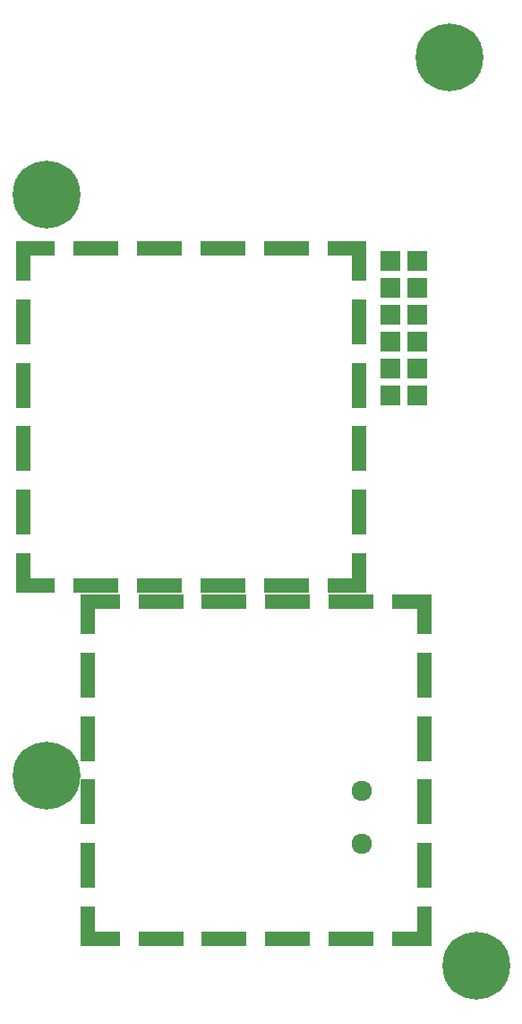
<source format=gbr>
G04 #@! TF.GenerationSoftware,KiCad,Pcbnew,(5.1.0-rc1-108-gb4c0af021)*
G04 #@! TF.CreationDate,2019-03-06T20:25:16+01:00
G04 #@! TF.ProjectId,SPACEDOS01B_PCB01A,53504143-4544-44f5-9330-31425f504342,REV*
G04 #@! TF.SameCoordinates,Original*
G04 #@! TF.FileFunction,Soldermask,Bot*
G04 #@! TF.FilePolarity,Negative*
%FSLAX46Y46*%
G04 Gerber Fmt 4.6, Leading zero omitted, Abs format (unit mm)*
G04 Created by KiCad (PCBNEW (5.1.0-rc1-108-gb4c0af021)) date 2019-03-06 20:25:16*
%MOMM*%
%LPD*%
G04 APERTURE LIST*
%ADD10C,1.924000*%
%ADD11R,1.400000X1.400000*%
%ADD12R,2.700000X1.400000*%
%ADD13R,4.200000X1.400000*%
%ADD14R,1.400000X2.700000*%
%ADD15R,1.400000X4.200000*%
%ADD16R,1.924000X1.924000*%
%ADD17C,6.400000*%
G04 APERTURE END LIST*
D10*
X74250000Y21590000D03*
X74250000Y16590000D03*
D11*
X74066000Y72796000D03*
X42266000Y72796000D03*
X42266000Y40996000D03*
X74066000Y40996000D03*
D12*
X72416000Y72796000D03*
X72416000Y40996000D03*
D13*
X67166000Y72796000D03*
X67166000Y40996000D03*
X61166000Y72796000D03*
X61166000Y40996000D03*
X55166000Y72796000D03*
X55166000Y40996000D03*
X49166000Y72796000D03*
X49166000Y40996000D03*
D12*
X43916000Y72796000D03*
X43916000Y40996000D03*
D14*
X74066000Y71146000D03*
X42266000Y71146000D03*
D15*
X74066000Y65896000D03*
X42266000Y65896000D03*
X74066000Y59896000D03*
X42266000Y59896000D03*
X74066000Y53896000D03*
X42266000Y53896000D03*
X74066000Y47896000D03*
X42266000Y47896000D03*
D14*
X74066000Y42646000D03*
X42266000Y42646000D03*
D16*
X79502000Y66548000D03*
X76962000Y66548000D03*
X79502000Y69088000D03*
X76962000Y69088000D03*
X79502000Y71628000D03*
X76962000Y71628000D03*
X79502000Y61468000D03*
X76962000Y58928000D03*
X76962000Y61468000D03*
X79502000Y58928000D03*
X76962000Y64008000D03*
X79502000Y64008000D03*
D17*
X44450000Y77890000D03*
X85090000Y5080000D03*
X44450000Y23000000D03*
X82550000Y90810000D03*
D11*
X80174700Y7633100D03*
X80174700Y39433100D03*
X48374700Y39433100D03*
X48374700Y7633100D03*
D14*
X80174700Y9283100D03*
X48374700Y9283100D03*
D15*
X80174700Y14533100D03*
X48374700Y14533100D03*
X80174700Y20533100D03*
X48374700Y20533100D03*
X80174700Y26533100D03*
X48374700Y26533100D03*
X80174700Y32533100D03*
X48374700Y32533100D03*
D14*
X80174700Y37783100D03*
X48374700Y37783100D03*
D12*
X78524700Y7633100D03*
X78524700Y39433100D03*
D13*
X73274700Y7633100D03*
X73274700Y39433100D03*
X67274700Y7633100D03*
X67274700Y39433100D03*
X61274700Y7633100D03*
X61274700Y39433100D03*
X55274700Y7633100D03*
X55274700Y39433100D03*
D12*
X50024700Y7633100D03*
X50024700Y39433100D03*
M02*

</source>
